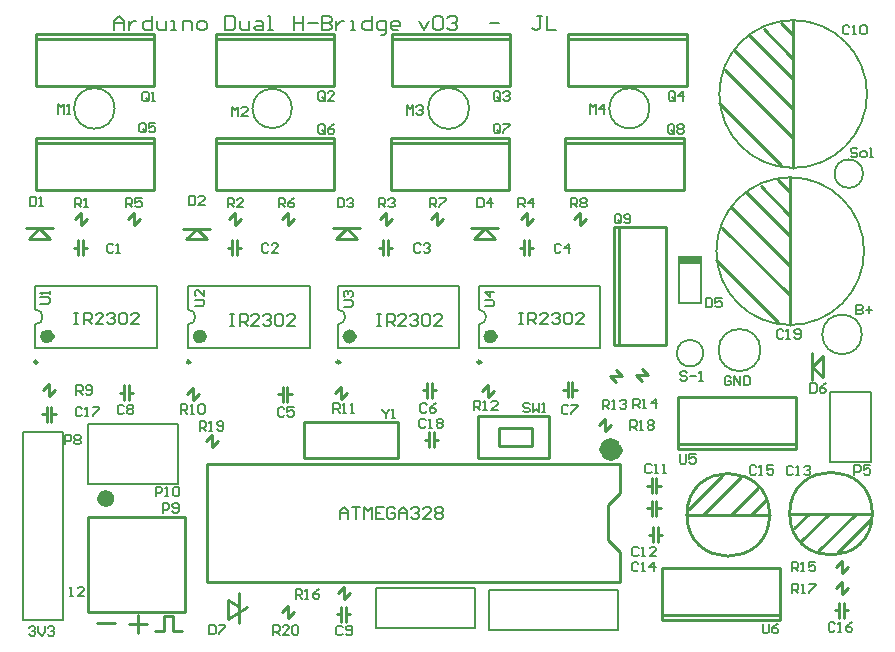
<source format=gto>
%FSLAX24Y24*%
%MOIN*%
%SFA1B1*%

%IPPOS*%
%ADD10C,0.039400*%
%ADD36C,0.010000*%
%ADD37C,0.007900*%
%ADD38C,0.023600*%
%ADD39C,0.009800*%
%ADD40C,0.035400*%
%ADD41C,0.005900*%
%ADD42R,0.074800X0.031500*%
%LN2x-h-bridge-1*%
%LPD*%
G54D10*
X8965Y8091D02*
D01*
D01*
G75*
G03X8791I-87J0D01*
G74*G01*
D01*
G75*
G03X8965I87J0D01*
G74*G01*
G54D36*
X31004Y7549D02*
D01*
D01*
G75*
G03X28248I-1378J0D01*
G74*G01*
D01*
G75*
G03X31004I1378J0D01*
G74*G01*
X34429Y7589D02*
D01*
D01*
G75*
G03X31673I-1378J0D01*
G74*G01*
D01*
G75*
G03X34429I1378J0D01*
G74*G01*
X28248Y7549D02*
X31004D01*
X30846Y8022D02*
D01*
D01*
X30374Y7549D02*
X30846Y8022D01*
X29705Y7549D02*
X30610Y8455D01*
X30059Y8809D02*
Y8848D01*
X28799Y7549D02*
X30059Y8809D01*
X28327Y7746D02*
X29429Y8848D01*
X12431Y9820D02*
Y10220D01*
X12231Y10020D02*
X12431Y10220D01*
Y9820D02*
X12631Y10020D01*
X12943Y4079D02*
X13578Y4473D01*
X12943Y4079D02*
Y4724D01*
X13284Y4497*
X13307Y3927D02*
Y4931D01*
X15472Y10630D02*
X18622D01*
X15472Y9449D02*
Y10630D01*
Y9449D02*
X18622D01*
Y10630*
X27431Y4197D02*
X31329D01*
X27431Y5772D02*
X31368D01*
X27431Y4039D02*
X31368D01*
Y5772*
X27431Y4039D02*
Y5772D01*
X21299Y9449D02*
Y10827D01*
X23661Y9449D02*
Y10827D01*
X21299Y9449D02*
X23661D01*
X21299Y10827D02*
X23661D01*
X21988Y9843D02*
X23071D01*
Y10433*
X21988Y9843D02*
Y10433D01*
X23071*
X14961Y4121D02*
Y4521D01*
Y4121D02*
X15161Y4321D01*
X14761D02*
X14961Y4521D01*
X19805Y9809D02*
Y10009D01*
X19655Y9809D02*
Y10009D01*
Y10309*
X19805Y10009D02*
Y10309D01*
X19505Y10059D02*
X19655D01*
X19855D02*
X19955D01*
X6908Y10956D02*
Y11156D01*
X7058Y10956D02*
Y11156D01*
Y10656D02*
Y10956D01*
X6908Y10656D02*
Y10956D01*
X7058Y10906D02*
X7208D01*
X6758D02*
X6858D01*
X27075Y7826D02*
Y8026D01*
X27225Y7826D02*
Y8026D01*
Y7526D02*
Y7826D01*
X27075Y7526D02*
Y7826D01*
X27225Y7776D02*
X27375D01*
X26925D02*
X27025D01*
X27075Y8564D02*
Y8764D01*
X27225Y8564D02*
Y8764D01*
Y8264D02*
Y8564D01*
X27075Y8264D02*
Y8564D01*
X27225Y8514D02*
X27375D01*
X26925D02*
X27025D01*
X26740Y12424D02*
X26940Y12224D01*
X26540D02*
X26940D01*
X26540D02*
X26740Y12024D01*
X25871Y12375D02*
X26071Y12175D01*
X25671D02*
X26071D01*
X25671D02*
X25871Y11975D01*
X25978Y13235D02*
Y17132D01*
X27552Y13195D02*
Y17132D01*
X25820Y13195D02*
Y17132D01*
Y13195D02*
X27552D01*
X25820Y17132D02*
X27552D01*
X32429Y12030D02*
Y12930D01*
Y12480D02*
X32779Y12130D01*
Y12830*
X32429Y12480D02*
X32779Y12830D01*
X7802Y16444D02*
X7902D01*
X8102D02*
X8252D01*
X7952Y16194D02*
Y16494D01*
X8102Y16194D02*
Y16494D01*
Y16694*
X7952Y16494D02*
Y16694D01*
X12943Y16444D02*
X13043D01*
X13243D02*
X13393D01*
X13093Y16194D02*
Y16494D01*
X13243Y16194D02*
Y16494D01*
Y16694*
X13093Y16494D02*
Y16694D01*
X17985Y16444D02*
X18085D01*
X18285D02*
X18435D01*
X18135Y16194D02*
Y16494D01*
X18285Y16194D02*
Y16494D01*
Y16694*
X18135Y16494D02*
Y16694D01*
X22682Y16444D02*
X22782D01*
X22982D02*
X23131D01*
X22831Y16194D02*
Y16494D01*
X22982Y16194D02*
Y16494D01*
Y16694*
X22831Y16494D02*
Y16694D01*
X9697Y11614D02*
X9797D01*
X9347D02*
X9497D01*
X9647Y11564D02*
Y11864D01*
X9497Y11564D02*
Y11864D01*
Y11364D02*
Y11564D01*
X9647Y11364D02*
Y11564D01*
X19786Y11703D02*
X19886D01*
X19436D02*
X19586D01*
X19736Y11653D02*
Y11953D01*
X19586Y11653D02*
Y11953D01*
Y11453D02*
Y11653D01*
X19736Y11453D02*
Y11653D01*
X24481Y11713D02*
X24581D01*
X24131D02*
X24281D01*
X24431Y11663D02*
Y11963D01*
X24281Y11663D02*
Y11963D01*
Y11463D02*
Y11663D01*
X24431Y11463D02*
Y11663D01*
X6202Y17094D02*
X7102D01*
X6302Y16744D02*
X6652Y17094D01*
X6302Y16744D02*
X7002D01*
X6652Y17094D02*
X7002Y16744D01*
X16911Y17094D02*
X17261Y16744D01*
X16561D02*
X17261D01*
X16561D02*
X16911Y17094D01*
X16461D02*
X17361D01*
X21059D02*
X21959D01*
X21159Y16744D02*
X21509Y17094D01*
X21159Y16744D02*
X21859D01*
X21509Y17094D02*
X21859Y16744D01*
X10499Y21831D02*
Y23563D01*
X6562Y21831D02*
Y23563D01*
X10499*
X6562Y21831D02*
X10499D01*
X6602Y23406D02*
X10499D01*
X16477Y21831D02*
Y23563D01*
X12540Y21831D02*
Y23563D01*
X16477*
X12540Y21831D02*
X16477D01*
X12580Y23406D02*
X16477D01*
X22357Y21831D02*
Y23563D01*
X18420Y21831D02*
Y23563D01*
X22357*
X18420Y21831D02*
X22357D01*
X18459Y23406D02*
X22357D01*
X28236Y21831D02*
Y23563D01*
X24299Y21831D02*
Y23563D01*
X28236*
X24299Y21831D02*
X28236D01*
X24339Y23406D02*
X28236D01*
X10499Y18378D02*
Y20110D01*
X6562Y18378D02*
Y20110D01*
X10499*
X6562Y18378D02*
X10499D01*
X6602Y19952D02*
X10499D01*
X16477Y18378D02*
Y20110D01*
X12540Y18378D02*
Y20110D01*
X16477*
X12540Y18378D02*
X16477D01*
X12580Y19952D02*
X16477D01*
X28136Y18378D02*
Y20110D01*
X24199Y18378D02*
Y20110D01*
X28136*
X24199Y18378D02*
X28136D01*
X24239Y19952D02*
X28136D01*
X7852Y17394D02*
X8052Y17594D01*
Y17194D02*
Y17594D01*
Y17194D02*
X8252Y17394D01*
X12993D02*
X13193Y17594D01*
Y17194D02*
Y17594D01*
Y17194D02*
X13393Y17394D01*
X18035D02*
X18235Y17594D01*
Y17194D02*
Y17594D01*
Y17194D02*
X18435Y17394D01*
X22731D02*
X22931Y17594D01*
Y17194D02*
Y17594D01*
Y17194D02*
X23131Y17394D01*
X9602D02*
X9802Y17594D01*
Y17194D02*
Y17594D01*
Y17194D02*
X10002Y17394D01*
X14743D02*
X14943Y17594D01*
Y17194D02*
Y17594D01*
Y17194D02*
X15143Y17394D01*
X19735D02*
X19935Y17594D01*
Y17194D02*
Y17594D01*
Y17194D02*
X20135Y17394D01*
X24481D02*
X24681Y17594D01*
Y17194D02*
Y17594D01*
Y17194D02*
X24881Y17394D01*
X6798Y11713D02*
X6998Y11913D01*
Y11513D02*
Y11913D01*
Y11513D02*
X7198Y11713D01*
X11581Y11585D02*
X11782Y11785D01*
Y11385D02*
Y11785D01*
Y11385D02*
X11982Y11585D01*
X16532Y11594D02*
X16732Y11794D01*
Y11394D02*
Y11794D01*
Y11394D02*
X16932Y11594D01*
X21404Y11673D02*
X21604Y11873D01*
Y11473D02*
Y11873D01*
Y11473D02*
X21804Y11673D01*
X27325Y6890D02*
X27425D01*
X26975D02*
X27125D01*
X27275Y6840D02*
Y7140D01*
X27125Y6840D02*
Y7140D01*
Y6640D02*
Y6840D01*
X27275Y6640D02*
Y6840D01*
X33175Y4370D02*
X33275D01*
X33475D02*
X33625D01*
X33325Y4120D02*
Y4420D01*
X33475Y4120D02*
Y4420D01*
Y4620*
X33325Y4420D02*
Y4620D01*
X16581Y4242D02*
X16681D01*
X16881D02*
X17031D01*
X16731Y3992D02*
Y4292D01*
X16881Y3992D02*
Y4292D01*
Y4492*
X16731Y4292D02*
Y4492D01*
X33425Y5617D02*
X33625Y5817D01*
X33225D02*
X33425Y6017D01*
Y5617D02*
Y6017D01*
X16631Y4931D02*
X16831Y5131D01*
Y4731D02*
X17031Y4931D01*
X16831Y4731D02*
Y5131D01*
X33225Y5118D02*
X33425Y5318D01*
Y4918D02*
X33625Y5118D01*
X33425Y4918D02*
Y5318D01*
X27943Y9911D02*
X31841D01*
X27943Y11486D02*
X31880D01*
X27943Y9754D02*
X31880D01*
Y11486*
X27943Y9754D02*
Y11486D01*
X22307Y18378D02*
Y20110D01*
X18370Y18378D02*
Y20110D01*
X22307*
X18370Y18378D02*
X22307D01*
X18409Y19952D02*
X22307D01*
X31791Y19114D02*
Y24035D01*
X31398Y23937D02*
X31791Y23543D01*
X30807Y23740D02*
D01*
X31693Y22854*
D01*
X31791Y22756D01*
X30315Y23543D02*
X31791Y22067D01*
X29823Y23051D02*
X31791Y21083D01*
X29528Y22362D02*
X31791Y20098D01*
X29331Y21280D02*
X31398Y19213D01*
X33248Y6289D02*
X34350Y7392D01*
X32618Y6329D02*
X33878Y7589D01*
X32618Y6289D02*
Y6329D01*
X32067Y6683D02*
X32972Y7589D01*
X31831Y7116D02*
X32303Y7589D01*
X31831Y7116D02*
D01*
D01*
X31673Y7589D02*
X34429D01*
X11909Y17079D02*
X12259Y16729D01*
X11559D02*
X12259D01*
X11559D02*
X11909Y17079D01*
X11459D02*
X12359D01*
X25531Y10332D02*
X25731Y10532D01*
X25331D02*
X25531Y10732D01*
Y10332D02*
Y10732D01*
X25630Y6693D02*
Y7874D01*
X12244Y5315D02*
X26024D01*
X12244D02*
Y9252D01*
X26024*
X25630Y7874D02*
X26024Y8268D01*
Y9252*
X25630Y6693D02*
X26024Y6299D01*
Y5315D02*
Y6299D01*
X29232Y16043D02*
X31299Y13976D01*
X29429Y17126D02*
X31693Y14862D01*
X29724Y17815D02*
X31693Y15846D01*
X30216Y18307D02*
X31693Y16831D01*
X31594Y17618D02*
X31693Y17520D01*
X31594Y17618D02*
D01*
X30709Y18504D02*
X31594Y17618D01*
X30709Y18504D02*
D01*
X31299Y18701D02*
X31693Y18307D01*
Y13878D02*
Y18799D01*
X11112Y3691D02*
X11407D01*
X11112D02*
Y4183D01*
X10817D02*
X11112D01*
X10817Y3691D02*
Y4183D01*
X10522Y3691D02*
X10817D01*
X8583Y3957D02*
X9173D01*
X9646Y3907D02*
X10236D01*
X9941Y3612D02*
Y4203D01*
X8287Y4311D02*
Y7461D01*
Y4311D02*
X11535D01*
X8287Y7461D02*
X11535D01*
Y4311D02*
Y7461D01*
X14983Y11575D02*
X15083D01*
X14633D02*
X14783D01*
X14933Y11525D02*
Y11825D01*
X14783Y11525D02*
Y11825D01*
Y11325D02*
Y11525D01*
X14933Y11325D02*
Y11525D01*
G54D37*
X28793Y12938D02*
D01*
D01*
G75*
G03X27913I-440J0D01*
G74*G01*
D01*
G75*
G03X28793I440J0D01*
G74*G01*
X34117Y18921D02*
D01*
D01*
G75*
G03X33169I-474J0D01*
G74*G01*
D01*
G75*
G03X34117I474J0D01*
G74*G01*
X34081Y13563D02*
D01*
D01*
G75*
G03X32761I-660J0D01*
G74*G01*
D01*
G75*
G03X34081I660J0D01*
G74*G01*
X15082Y21096D02*
D01*
D01*
G75*
G03X13768I-657J0D01*
G74*G01*
D01*
G75*
G03X15082I657J0D01*
G74*G01*
X20988Y21097D02*
D01*
D01*
G75*
G03X19622I-683J0D01*
G74*G01*
D01*
G75*
G03X20988I683J0D01*
G74*G01*
X27001D02*
D01*
D01*
G75*
G03X25661I-670J0D01*
G74*G01*
D01*
G75*
G03X27001I670J0D01*
G74*G01*
X30700Y13041D02*
D01*
D01*
G75*
G03X29302I-699J0D01*
G74*G01*
D01*
G75*
G03X30700I699J0D01*
G74*G01*
X6524Y13894D02*
D01*
D01*
G75*
G03Y14394I0J250D01*
G74*G01*
X11615Y13894D02*
D01*
D01*
G75*
G03Y14394I0J250D01*
G74*G01*
X16607Y13894D02*
D01*
D01*
G75*
G03Y14394I0J250D01*
G74*G01*
X21304Y13894D02*
D01*
D01*
G75*
G03Y14394I0J250D01*
G74*G01*
X9174Y21097D02*
D01*
D01*
G75*
G03X7820I-677J0D01*
G74*G01*
D01*
G75*
G03X9174I677J0D01*
G74*G01*
X34252Y21575D02*
D01*
D01*
G75*
G03X29330I-2461J0D01*
G74*G01*
D01*
G75*
G03X34252I2461J0D01*
G74*G01*
X34153Y16339D02*
D01*
D01*
G75*
G03X29231I-2461J0D01*
G74*G01*
D01*
G75*
G03X34153I2461J0D01*
G74*G01*
X25945Y3711D02*
Y5049D01*
X21654D02*
X25945D01*
X21654Y3711D02*
X25945D01*
X21654D02*
Y5049D01*
X21181Y3760D02*
Y5099D01*
X17870D02*
X21181D01*
X17870Y3760D02*
X21181D01*
X17870D02*
Y5099D01*
X6102Y4055D02*
X7441D01*
Y10315*
X6102Y4055D02*
Y10315D01*
X7441*
X11280Y8575D02*
Y10575D01*
X8280Y8575D02*
Y10575D01*
X11280*
X8280Y8575D02*
X11280D01*
X9363D02*
X11280D01*
X27975Y14626D02*
X28723D01*
X27975D02*
Y16161D01*
X28723Y14626D02*
Y16161D01*
X10580Y13100D02*
Y15187D01*
X6524Y14394D02*
Y15187D01*
Y13100D02*
Y13894D01*
Y15187D02*
X10580D01*
X6524Y13100D02*
X10580D01*
X15670D02*
Y15187D01*
X11615Y14394D02*
Y15187D01*
Y13100D02*
Y13894D01*
Y15187D02*
X15670D01*
X11615Y13100D02*
X15670D01*
X20662D02*
Y15187D01*
X16607Y14394D02*
Y15187D01*
Y13100D02*
Y13894D01*
Y15187D02*
X20662D01*
X16607Y13100D02*
X20662D01*
X25359D02*
Y15187D01*
X21304Y14394D02*
Y15187D01*
Y13100D02*
Y13894D01*
Y15187D02*
X25359D01*
X21304Y13100D02*
X25359D01*
X33031Y11644D02*
X34370D01*
X33031Y9321D02*
Y11644D01*
X34370Y9321D02*
Y11644D01*
X33031Y9321D02*
X34370D01*
X22638Y14291D02*
X22769D01*
X22703*
Y13898*
X22638*
X22769*
X22966D02*
Y14291D01*
X23163*
X23228Y14226*
Y14094*
X23163Y14029*
X22966*
X23097D02*
X23228Y13898D01*
X23622D02*
X23359D01*
X23622Y14160*
Y14226*
X23556Y14291*
X23425*
X23359Y14226*
X23753D02*
X23819Y14291D01*
X23950*
X24015Y14226*
Y14160*
X23950Y14094*
X23884*
X23950*
X24015Y14029*
Y13963*
X23950Y13898*
X23819*
X23753Y13963*
X24146Y14226D02*
X24212Y14291D01*
X24343*
X24409Y14226*
Y13963*
X24343Y13898*
X24212*
X24146Y13963*
Y14226*
X24802Y13898D02*
X24540D01*
X24802Y14160*
Y14226*
X24737Y14291*
X24606*
X24540Y14226*
X17913Y14232D02*
X18045D01*
X17979*
Y13839*
X17913*
X18045*
X18241D02*
Y14232D01*
X18438*
X18504Y14167*
Y14035*
X18438Y13970*
X18241*
X18373D02*
X18504Y13839D01*
X18897D02*
X18635D01*
X18897Y14101*
Y14167*
X18832Y14232*
X18701*
X18635Y14167*
X19029D02*
X19094Y14232D01*
X19225*
X19291Y14167*
Y14101*
X19225Y14035*
X19160*
X19225*
X19291Y13970*
Y13904*
X19225Y13839*
X19094*
X19029Y13904*
X19422Y14167D02*
X19488Y14232D01*
X19619*
X19684Y14167*
Y13904*
X19619Y13839*
X19488*
X19422Y13904*
Y14167*
X20078Y13839D02*
X19816D01*
X20078Y14101*
Y14167*
X20012Y14232*
X19881*
X19816Y14167*
X13012Y14232D02*
X13143D01*
X13077*
Y13839*
X13012*
X13143*
X13340D02*
Y14232D01*
X13537*
X13602Y14167*
Y14035*
X13537Y13970*
X13340*
X13471D02*
X13602Y13839D01*
X13996D02*
X13733D01*
X13996Y14101*
Y14167*
X13930Y14232*
X13799*
X13733Y14167*
X14127D02*
X14193Y14232D01*
X14324*
X14389Y14167*
Y14101*
X14324Y14035*
X14258*
X14324*
X14389Y13970*
Y13904*
X14324Y13839*
X14193*
X14127Y13904*
X14521Y14167D02*
X14586Y14232D01*
X14717*
X14783Y14167*
Y13904*
X14717Y13839*
X14586*
X14521Y13904*
Y14167*
X15176Y13839D02*
X14914D01*
X15176Y14101*
Y14167*
X15111Y14232*
X14980*
X14914Y14167*
X7815Y14291D02*
X7946D01*
X7881*
Y13898*
X7815*
X7946*
X8143D02*
Y14291D01*
X8340*
X8405Y14226*
Y14094*
X8340Y14029*
X8143*
X8274D02*
X8405Y13898D01*
X8799D02*
X8537D01*
X8799Y14160*
Y14226*
X8733Y14291*
X8602*
X8537Y14226*
X8930D02*
X8996Y14291D01*
X9127*
X9192Y14226*
Y14160*
X9127Y14094*
X9061*
X9127*
X9192Y14029*
Y13963*
X9127Y13898*
X8996*
X8930Y13963*
X9324Y14226D02*
X9389Y14291D01*
X9520*
X9586Y14226*
Y13963*
X9520Y13898*
X9389*
X9324Y13963*
Y14226*
X9980Y13898D02*
X9717D01*
X9980Y14160*
Y14226*
X9914Y14291*
X9783*
X9717Y14226*
X16693Y7421D02*
Y7684D01*
X16824Y7815*
X16955Y7684*
Y7421*
Y7618*
X16693*
X17086Y7815D02*
X17349D01*
X17218*
Y7421*
X17480D02*
Y7815D01*
X17611Y7684*
X17742Y7815*
Y7421*
X18136Y7815D02*
X17874D01*
Y7421*
X18136*
X17874Y7618D02*
X18005D01*
X18530Y7749D02*
X18464Y7815D01*
X18333*
X18267Y7749*
Y7487*
X18333Y7421*
X18464*
X18530Y7487*
Y7618*
X18398*
X18661Y7421D02*
Y7684D01*
X18792Y7815*
X18923Y7684*
Y7421*
Y7618*
X18661*
X19054Y7749D02*
X19120Y7815D01*
X19251*
X19317Y7749*
Y7684*
X19251Y7618*
X19186*
X19251*
X19317Y7552*
Y7487*
X19251Y7421*
X19120*
X19054Y7487*
X19710Y7421D02*
X19448D01*
X19710Y7684*
Y7749*
X19645Y7815*
X19514*
X19448Y7749*
X19842D02*
X19907Y7815D01*
X20038*
X20104Y7749*
Y7684*
X20038Y7618*
X20104Y7552*
Y7487*
X20038Y7421*
X19907*
X19842Y7487*
Y7552*
X19907Y7618*
X19842Y7684*
Y7749*
X19907Y7618D02*
X20038D01*
X9168Y23702D02*
Y24016D01*
X9326Y24174*
X9483Y24016*
Y23702*
Y23938*
X9168*
X9641Y24016D02*
Y23702D01*
Y23859*
X9720Y23938*
X9798Y24016*
X9877*
X10428Y24174D02*
Y23702D01*
X10192*
X10113Y23780*
Y23938*
X10192Y24016*
X10428*
X10585D02*
Y23780D01*
X10664Y23702*
X10900*
Y24016*
X11058Y23702D02*
X11215D01*
X11136*
Y24016*
X11058*
X11451Y23702D02*
Y24016D01*
X11687*
X11766Y23938*
Y23702*
X12002D02*
X12160D01*
X12238Y23780*
Y23938*
X12160Y24016*
X12002*
X11924Y23938*
Y23780*
X12002Y23702*
X12868Y24174D02*
Y23702D01*
X13104*
X13183Y23780*
Y24095*
X13104Y24174*
X12868*
X13340Y24016D02*
Y23780D01*
X13419Y23702*
X13655*
Y24016*
X13891D02*
X14049D01*
X14128Y23938*
Y23702*
X13891*
X13813Y23780*
X13891Y23859*
X14128*
X14285Y23702D02*
X14442D01*
X14364*
Y24174*
X14285*
X15151D02*
Y23702D01*
Y23938*
X15466*
Y24174*
Y23702*
X15623Y23938D02*
X15938D01*
X16095Y24174D02*
Y23702D01*
X16332*
X16410Y23780*
Y23859*
X16332Y23938*
X16095*
X16332*
X16410Y24016*
Y24095*
X16332Y24174*
X16095*
X16568Y24016D02*
Y23702D01*
Y23859*
X16646Y23938*
X16725Y24016*
X16804*
X17040Y23702D02*
X17197D01*
X17119*
Y24016*
X17040*
X17748Y24174D02*
Y23702D01*
X17512*
X17434Y23780*
Y23938*
X17512Y24016*
X17748*
X18063Y23544D02*
X18142D01*
X18221Y23623*
Y24016*
X17985*
X17906Y23938*
Y23780*
X17985Y23702*
X18221*
X18614D02*
X18457D01*
X18378Y23780*
Y23938*
X18457Y24016*
X18614*
X18693Y23938*
Y23859*
X18378*
X19323Y24016D02*
X19480Y23702D01*
X19638Y24016*
X19795Y24095D02*
X19874Y24174D01*
X20031*
X20110Y24095*
Y23780*
X20031Y23702*
X19874*
X19795Y23780*
Y24095*
X20267D02*
X20346Y24174D01*
X20503*
X20582Y24095*
Y24016*
X20503Y23938*
X20425*
X20503*
X20582Y23859*
Y23780*
X20503Y23702*
X20346*
X20267Y23780*
X21684Y23938D02*
X21999D01*
X23416Y24174D02*
X23258D01*
X23337*
Y23780*
X23258Y23702*
X23180*
X23101Y23780*
X23573Y24174D02*
Y23702D01*
X23888*
G54D38*
X7036Y13494D02*
D01*
D01*
G75*
G03X6800I-118J0D01*
G74*G01*
D01*
G75*
G03X7036I118J0D01*
G74*G01*
X12127D02*
D01*
D01*
G75*
G03X11891I-118J0D01*
G74*G01*
D01*
G75*
G03X12127I118J0D01*
G74*G01*
X17119D02*
D01*
D01*
G75*
G03X16883I-118J0D01*
G74*G01*
D01*
G75*
G03X17119I118J0D01*
G74*G01*
X21816D02*
D01*
D01*
G75*
G03X21580I-118J0D01*
G74*G01*
D01*
G75*
G03X21816I118J0D01*
G74*G01*
G54D39*
X6589Y12644D02*
D01*
D01*
G75*
G03X6491I-49J0D01*
G74*G01*
D01*
G75*
G03X6589I49J0D01*
G74*G01*
X11680D02*
D01*
D01*
G75*
G03X11582I-49J0D01*
G74*G01*
D01*
G75*
G03X11680I49J0D01*
G74*G01*
X16672D02*
D01*
D01*
G75*
G03X16574I-49J0D01*
G74*G01*
D01*
G75*
G03X16672I49J0D01*
G74*G01*
X21369D02*
D01*
D01*
G75*
G03X21271I-49J0D01*
G74*G01*
D01*
G75*
G03X21369I49J0D01*
G74*G01*
G54D40*
X25909Y9724D02*
D01*
D01*
G75*
G03X25507I-201J0D01*
G74*G01*
D01*
G75*
G03X25909I201J0D01*
G74*G01*
G54D41*
X6319Y3786D02*
X6371Y3838D01*
X6476*
X6529Y3786*
Y3734*
X6476Y3681*
X6424*
X6476*
X6529Y3629*
Y3576*
X6476Y3524*
X6371*
X6319Y3576*
X6634Y3838D02*
Y3629D01*
X6739Y3524*
X6844Y3629*
Y3838*
X6949Y3786D02*
X7001Y3838D01*
X7106*
X7159Y3786*
Y3734*
X7106Y3681*
X7054*
X7106*
X7159Y3629*
Y3576*
X7106Y3524*
X7001*
X6949Y3576*
X30554Y9140D02*
X30502Y9193D01*
X30397*
X30344Y9140*
Y8930*
X30397Y8878*
X30502*
X30554Y8930*
X30659Y8878D02*
X30764D01*
X30712*
Y9193*
X30659Y9140*
X31132Y9193D02*
X30922D01*
Y9035*
X31027Y9088*
X31079*
X31132Y9035*
Y8930*
X31079Y8878*
X30974*
X30922Y8930*
X12008Y10354D02*
Y10669D01*
X12165*
X12218Y10617*
Y10512*
X12165Y10459*
X12008*
X12113D02*
X12218Y10354D01*
X12323D02*
X12428D01*
X12375*
Y10669*
X12323Y10617*
X12585Y10407D02*
X12638Y10354D01*
X12743*
X12795Y10407*
Y10617*
X12743Y10669*
X12638*
X12585Y10617*
Y10564*
X12638Y10512*
X12795*
X12333Y3878D02*
Y3563D01*
X12490*
X12543Y3615*
Y3825*
X12490Y3878*
X12333*
X12648D02*
X12857D01*
Y3825*
X12648Y3615*
Y3563*
X18100Y11083D02*
Y11030D01*
X18205Y10925*
X18310Y11030*
Y11083*
X18205Y10925D02*
Y10768D01*
X18415D02*
X18520D01*
X18468*
Y11083*
X18415Y11030*
X30774Y3917D02*
Y3655D01*
X30826Y3602*
X30931*
X30984Y3655*
Y3917*
X31298D02*
X31194Y3865D01*
X31089Y3760*
Y3655*
X31141Y3602*
X31246*
X31298Y3655*
Y3707*
X31246Y3760*
X31089*
X23005Y11227D02*
X22953Y11279D01*
X22848*
X22795Y11227*
Y11174*
X22848Y11122*
X22953*
X23005Y11070*
Y11017*
X22953Y10965*
X22848*
X22795Y11017*
X23110Y11279D02*
Y10965D01*
X23215Y11070*
X23320Y10965*
Y11279*
X23425Y10965D02*
X23530D01*
X23477*
Y11279*
X23425Y11227*
X14459Y3553D02*
Y3868D01*
X14616*
X14669Y3816*
Y3711*
X14616Y3658*
X14459*
X14564D02*
X14669Y3553D01*
X14983D02*
X14774D01*
X14983Y3763*
Y3816*
X14931Y3868*
X14826*
X14774Y3816*
X15088D02*
X15141Y3868D01*
X15246*
X15298Y3816*
Y3606*
X15246Y3553*
X15141*
X15088Y3606*
Y3816*
X7520Y9902D02*
Y10216D01*
X7677*
X7730Y10164*
Y10059*
X7677Y10007*
X7520*
X7835Y10164D02*
X7887Y10216D01*
X7992*
X8044Y10164*
Y10111*
X7992Y10059*
X8044Y10007*
Y9954*
X7992Y9902*
X7887*
X7835Y9954*
Y10007*
X7887Y10059*
X7835Y10111*
Y10164*
X7887Y10059D02*
X7992D01*
X10541Y8169D02*
Y8484D01*
X10699*
X10751Y8432*
Y8327*
X10699Y8274*
X10541*
X10856Y8169D02*
X10961D01*
X10909*
Y8484*
X10856Y8432*
X11119D02*
X11171Y8484D01*
X11276*
X11328Y8432*
Y8222*
X11276Y8169*
X11171*
X11119Y8222*
Y8432*
X19541Y10705D02*
X19488Y10758D01*
X19383*
X19331Y10705*
Y10495*
X19383Y10443*
X19488*
X19541Y10495*
X19646Y10443D02*
X19751D01*
X19698*
Y10758*
X19646Y10705*
X19908D02*
X19960Y10758D01*
X20065*
X20118Y10705*
Y10653*
X20065Y10600*
X20118Y10548*
Y10495*
X20065Y10443*
X19960*
X19908Y10495*
Y10548*
X19960Y10600*
X19908Y10653*
Y10705*
X19960Y10600D02*
X20065D01*
X8084Y11089D02*
X8031Y11142D01*
X7926*
X7874Y11089*
Y10879*
X7926Y10827*
X8031*
X8084Y10879*
X8189Y10827D02*
X8294D01*
X8241*
Y11142*
X8189Y11089*
X8451Y11142D02*
X8661D01*
Y11089*
X8451Y10879*
Y10827*
X26637Y6434D02*
X26585Y6486D01*
X26480*
X26427Y6434*
Y6224*
X26480Y6171*
X26585*
X26637Y6224*
X26742Y6171D02*
X26847D01*
X26795*
Y6486*
X26742Y6434*
X27214Y6171D02*
X27004D01*
X27214Y6381*
Y6434*
X27162Y6486*
X27057*
X27004Y6434*
X27070Y9199D02*
X27018Y9252D01*
X26913*
X26860Y9199*
Y8989*
X26913Y8937*
X27018*
X27070Y8989*
X27175Y8937D02*
X27280D01*
X27227*
Y9252*
X27175Y9199*
X27437Y8937D02*
X27542D01*
X27490*
Y9252*
X27437Y9199*
X28245Y12284D02*
X28192Y12337D01*
X28087*
X28035Y12284*
Y12232*
X28087Y12179*
X28192*
X28245Y12127*
Y12075*
X28192Y12022*
X28087*
X28035Y12075*
X28349Y12179D02*
X28559D01*
X28664Y12022D02*
X28769D01*
X28717*
Y12337*
X28664Y12284*
X33924Y19727D02*
X33872Y19779D01*
X33767*
X33715Y19727*
Y19674*
X33767Y19622*
X33872*
X33924Y19569*
Y19517*
X33872Y19464*
X33767*
X33715Y19517*
X34082Y19464D02*
X34187D01*
X34239Y19517*
Y19622*
X34187Y19674*
X34082*
X34029Y19622*
Y19517*
X34082Y19464*
X34344D02*
X34449D01*
X34397*
Y19779*
X34344*
X26467Y11111D02*
Y11426D01*
X26625*
X26677Y11374*
Y11269*
X26625Y11216*
X26467*
X26572D02*
X26677Y11111D01*
X26782D02*
X26887D01*
X26835*
Y11426*
X26782Y11374*
X27202Y11111D02*
Y11426D01*
X27045Y11269*
X27254*
X25438Y11078D02*
Y11392D01*
X25596*
X25648Y11340*
Y11235*
X25596Y11183*
X25438*
X25543D02*
X25648Y11078D01*
X25753D02*
X25858D01*
X25806*
Y11392*
X25753Y11340*
X26015D02*
X26068Y11392D01*
X26173*
X26225Y11340*
Y11287*
X26173Y11235*
X26120*
X26173*
X26225Y11183*
Y11130*
X26173Y11078*
X26068*
X26015Y11130*
X26050Y17313D02*
Y17523D01*
X25997Y17575*
X25892*
X25840Y17523*
Y17313*
X25892Y17260*
X25997*
X25945Y17365D02*
X26050Y17260D01*
X25997D02*
X26050Y17313D01*
X26155D02*
X26207Y17260D01*
X26312*
X26365Y17313*
Y17523*
X26312Y17575*
X26207*
X26155Y17523*
Y17470*
X26207Y17418*
X26365*
X28886Y14777D02*
Y14462D01*
X29044*
X29096Y14515*
Y14725*
X29044Y14777*
X28886*
X29411D02*
X29201D01*
Y14620*
X29306Y14672*
X29359*
X29411Y14620*
Y14515*
X29359Y14462*
X29254*
X29201Y14515*
X32362Y11929D02*
Y11614D01*
X32520*
X32572Y11667*
Y11877*
X32520Y11929*
X32362*
X32887D02*
X32782Y11877D01*
X32677Y11772*
Y11667*
X32730Y11614*
X32834*
X32887Y11667*
Y11719*
X32834Y11772*
X32677*
X9128Y16539D02*
X9076Y16591D01*
X8971*
X8918Y16539*
Y16329*
X8971Y16276*
X9076*
X9128Y16329*
X9233Y16276D02*
X9338D01*
X9285*
Y16591*
X9233Y16539*
X14298Y16549D02*
X14246Y16601D01*
X14141*
X14088Y16549*
Y16339*
X14141Y16286*
X14246*
X14298Y16339*
X14613Y16286D02*
X14403D01*
X14613Y16496*
Y16549*
X14560Y16601*
X14456*
X14403Y16549*
X19370D02*
X19317Y16601D01*
X19212*
X19160Y16549*
Y16339*
X19212Y16286*
X19317*
X19370Y16339*
X19475Y16549D02*
X19527Y16601D01*
X19632*
X19685Y16549*
Y16496*
X19632Y16444*
X19580*
X19632*
X19685Y16391*
Y16339*
X19632Y16286*
X19527*
X19475Y16339*
X24047Y16539D02*
X23994Y16591D01*
X23889*
X23837Y16539*
Y16329*
X23889Y16276*
X23994*
X24047Y16329*
X24309Y16276D02*
Y16591D01*
X24152Y16434*
X24362*
X9484Y11165D02*
X9431Y11217D01*
X9326*
X9274Y11165*
Y10955*
X9326Y10902*
X9431*
X9484Y10955*
X9588Y11165D02*
X9641Y11217D01*
X9746*
X9798Y11165*
Y11112*
X9746Y11060*
X9798Y11007*
Y10955*
X9746Y10902*
X9641*
X9588Y10955*
Y11007*
X9641Y11060*
X9588Y11112*
Y11165*
X9641Y11060D02*
X9746D01*
X19572Y11214D02*
X19520Y11266D01*
X19415*
X19362Y11214*
Y11004*
X19415Y10952*
X19520*
X19572Y11004*
X19887Y11266D02*
X19782Y11214D01*
X19677Y11109*
Y11004*
X19730Y10952*
X19834*
X19887Y11004*
Y11057*
X19834Y11109*
X19677*
X24295Y11168D02*
X24242Y11220D01*
X24137*
X24085Y11168*
Y10958*
X24137Y10906*
X24242*
X24295Y10958*
X24399Y11220D02*
X24609D01*
Y11168*
X24399Y10958*
Y10906*
X6352Y18159D02*
Y17844D01*
X6509*
X6562Y17896*
Y18106*
X6509Y18159*
X6352*
X6667Y17844D02*
X6772D01*
X6719*
Y18159*
X6667Y18106*
X16611Y18109D02*
Y17794D01*
X16768*
X16821Y17846*
Y18056*
X16768Y18109*
X16611*
X16925Y18056D02*
X16978Y18109D01*
X17083*
X17135Y18056*
Y18004*
X17083Y17951*
X17030*
X17083*
X17135Y17899*
Y17846*
X17083Y17794*
X16978*
X16925Y17846*
X21259Y18109D02*
Y17794D01*
X21416*
X21469Y17846*
Y18056*
X21416Y18109*
X21259*
X21731Y17794D02*
Y18109D01*
X21574Y17951*
X21784*
X10308Y21391D02*
Y21601D01*
X10256Y21653*
X10151*
X10098Y21601*
Y21391*
X10151Y21339*
X10256*
X10203Y21444D02*
X10308Y21339D01*
X10256D02*
X10308Y21391D01*
X10413Y21339D02*
X10518D01*
X10466*
Y21653*
X10413Y21601*
X16174Y21411D02*
Y21621D01*
X16122Y21673*
X16017*
X15965Y21621*
Y21411*
X16017Y21358*
X16122*
X16070Y21463D02*
X16174Y21358D01*
X16122D02*
X16174Y21411D01*
X16489Y21358D02*
X16279D01*
X16489Y21568*
Y21621*
X16437Y21673*
X16332*
X16279Y21621*
X22021Y21411D02*
Y21621D01*
X21968Y21673*
X21864*
X21811Y21621*
Y21411*
X21864Y21358*
X21968*
X21916Y21463D02*
X22021Y21358D01*
X21968D02*
X22021Y21411D01*
X22126Y21621D02*
X22178Y21673D01*
X22283*
X22336Y21621*
Y21568*
X22283Y21516*
X22231*
X22283*
X22336Y21463*
Y21411*
X22283Y21358*
X22178*
X22126Y21411*
X27848D02*
Y21621D01*
X27795Y21673*
X27690*
X27638Y21621*
Y21411*
X27690Y21358*
X27795*
X27743Y21463D02*
X27848Y21358D01*
X27795D02*
X27848Y21411D01*
X28110Y21358D02*
Y21673D01*
X27953Y21516*
X28163*
X10210Y20348D02*
Y20558D01*
X10157Y20610*
X10052*
X10000Y20558*
Y20348*
X10052Y20295*
X10157*
X10105Y20400D02*
X10210Y20295D01*
X10157D02*
X10210Y20348D01*
X10525Y20610D02*
X10315D01*
Y20453*
X10420Y20505*
X10472*
X10525Y20453*
Y20348*
X10472Y20295*
X10367*
X10315Y20348*
X16174Y20308D02*
Y20518D01*
X16122Y20571*
X16017*
X15965Y20518*
Y20308*
X16017Y20256*
X16122*
X16070Y20361D02*
X16174Y20256D01*
X16122D02*
X16174Y20308D01*
X16489Y20571D02*
X16384Y20518D01*
X16279Y20413*
Y20308*
X16332Y20256*
X16437*
X16489Y20308*
Y20361*
X16437Y20413*
X16279*
X27828Y20308D02*
Y20518D01*
X27776Y20571*
X27671*
X27618Y20518*
Y20308*
X27671Y20256*
X27776*
X27723Y20361D02*
X27828Y20256D01*
X27776D02*
X27828Y20308D01*
X27933Y20518D02*
X27985Y20571D01*
X28090*
X28143Y20518*
Y20466*
X28090Y20413*
X28143Y20361*
Y20308*
X28090Y20256*
X27985*
X27933Y20308*
Y20361*
X27985Y20413*
X27933Y20466*
Y20518*
X27985Y20413D02*
X28090D01*
X7852Y17794D02*
Y18109D01*
X8009*
X8062Y18056*
Y17951*
X8009Y17899*
X7852*
X7957D02*
X8062Y17794D01*
X8167D02*
X8272D01*
X8219*
Y18109*
X8167Y18056*
X12943Y17794D02*
Y18109D01*
X13100*
X13152Y18056*
Y17951*
X13100Y17899*
X12943*
X13047D02*
X13152Y17794D01*
X13467D02*
X13257D01*
X13467Y18004*
Y18056*
X13415Y18109*
X13310*
X13257Y18056*
X17985Y17794D02*
Y18109D01*
X18142*
X18195Y18056*
Y17951*
X18142Y17899*
X17985*
X18090D02*
X18195Y17794D01*
X18299Y18056D02*
X18352Y18109D01*
X18457*
X18509Y18056*
Y18004*
X18457Y17951*
X18404*
X18457*
X18509Y17899*
Y17846*
X18457Y17794*
X18352*
X18299Y17846*
X22631Y17794D02*
Y18109D01*
X22789*
X22841Y18056*
Y17951*
X22789Y17899*
X22631*
X22736D02*
X22841Y17794D01*
X23104D02*
Y18109D01*
X22946Y17951*
X23156*
X9552Y17794D02*
Y18109D01*
X9709*
X9762Y18056*
Y17951*
X9709Y17899*
X9552*
X9657D02*
X9762Y17794D01*
X10077Y18109D02*
X9867D01*
Y17951*
X9972Y18004*
X10024*
X10077Y17951*
Y17846*
X10024Y17794*
X9919*
X9867Y17846*
X14643Y17794D02*
Y18109D01*
X14800*
X14852Y18056*
Y17951*
X14800Y17899*
X14643*
X14747D02*
X14852Y17794D01*
X15167Y18109D02*
X15062Y18056D01*
X14957Y17951*
Y17846*
X15010Y17794*
X15115*
X15167Y17846*
Y17899*
X15115Y17951*
X14957*
X19685Y17794D02*
Y18109D01*
X19842*
X19895Y18056*
Y17951*
X19842Y17899*
X19685*
X19790D02*
X19895Y17794D01*
X20000Y18109D02*
X20209D01*
Y18056*
X20000Y17846*
Y17794*
X24381D02*
Y18109D01*
X24539*
X24591Y18056*
Y17951*
X24539Y17899*
X24381*
X24486D02*
X24591Y17794D01*
X24696Y18056D02*
X24749Y18109D01*
X24854*
X24906Y18056*
Y18004*
X24854Y17951*
X24906Y17899*
Y17846*
X24854Y17794*
X24749*
X24696Y17846*
Y17899*
X24749Y17951*
X24696Y18004*
Y18056*
X24749Y17951D02*
X24854D01*
X7894Y11555D02*
Y11870D01*
X8051*
X8104Y11818*
Y11713*
X8051Y11660*
X7894*
X7999D02*
X8104Y11555D01*
X8209Y11608D02*
X8261Y11555D01*
X8366*
X8418Y11608*
Y11818*
X8366Y11870*
X8261*
X8209Y11818*
Y11765*
X8261Y11713*
X8418*
X11388Y10925D02*
Y11240D01*
X11545*
X11598Y11188*
Y11083*
X11545Y11030*
X11388*
X11493D02*
X11598Y10925D01*
X11703D02*
X11808D01*
X11755*
Y11240*
X11703Y11188*
X11965D02*
X12018Y11240D01*
X12122*
X12175Y11188*
Y10978*
X12122Y10925*
X12018*
X11965Y10978*
Y11188*
X16467Y10955D02*
Y11270D01*
X16624*
X16676Y11217*
Y11112*
X16624Y11060*
X16467*
X16571D02*
X16676Y10955D01*
X16781D02*
X16886D01*
X16834*
Y11270*
X16781Y11217*
X17044Y10955D02*
X17149D01*
X17096*
Y11270*
X17044Y11217*
X21152Y11043D02*
Y11358D01*
X21309*
X21361Y11306*
Y11201*
X21309Y11148*
X21152*
X21257D02*
X21361Y11043D01*
X21466D02*
X21571D01*
X21519*
Y11358*
X21466Y11306*
X21939Y11043D02*
X21729D01*
X21939Y11253*
Y11306*
X21886Y11358*
X21781*
X21729Y11306*
X33898Y14547D02*
Y14232D01*
X34055*
X34108Y14285*
Y14337*
X34055Y14390*
X33898*
X34055*
X34108Y14442*
Y14495*
X34055Y14547*
X33898*
X34213Y14390D02*
X34422D01*
X34317Y14495D02*
Y14285D01*
X13080Y20832D02*
Y21147D01*
X13185Y21042*
X13290Y21147*
Y20832*
X13605D02*
X13395D01*
X13605Y21042*
Y21095*
X13553Y21147*
X13448*
X13395Y21095*
X18915Y20881D02*
Y21196D01*
X19020Y21091*
X19124Y21196*
Y20881*
X19229Y21144D02*
X19282Y21196D01*
X19387*
X19439Y21144*
Y21091*
X19387Y21039*
X19334*
X19387*
X19439Y20986*
Y20934*
X19387Y20881*
X19282*
X19229Y20934*
X25004Y20921D02*
Y21236D01*
X25108Y21131*
X25213Y21236*
Y20921*
X25476D02*
Y21236D01*
X25318Y21078*
X25528*
X29718Y12123D02*
X29665Y12175D01*
X29560*
X29508Y12123*
Y11913*
X29560Y11860*
X29665*
X29718Y11913*
Y12018*
X29613*
X29823Y11860D02*
Y12175D01*
X30033Y11860*
Y12175*
X30138D02*
Y11860D01*
X30295*
X30347Y11913*
Y12123*
X30295Y12175*
X30138*
X6689Y14583D02*
X6951D01*
X7004Y14636*
Y14741*
X6951Y14793*
X6689*
X7004Y14898D02*
Y15003D01*
Y14950*
X6689*
X6741Y14898*
X11841Y14512D02*
X12104D01*
X12156Y14564*
Y14669*
X12104Y14722*
X11841*
X12156Y15037D02*
Y14827D01*
X11946Y15037*
X11894*
X11841Y14984*
Y14879*
X11894Y14827*
X16805Y14491D02*
X17067D01*
X17120Y14543*
Y14648*
X17067Y14700*
X16805*
X16857Y14805D02*
X16805Y14858D01*
Y14963*
X16857Y15015*
X16910*
X16962Y14963*
Y14910*
Y14963*
X17015Y15015*
X17067*
X17120Y14963*
Y14858*
X17067Y14805*
X21518Y14501D02*
X21781D01*
X21833Y14553*
Y14658*
X21781Y14711*
X21518*
X21833Y14973D02*
X21518D01*
X21676Y14816*
Y15026*
X7277Y20920D02*
Y21235D01*
X7382Y21130*
X7487Y21235*
Y20920*
X7592D02*
X7697D01*
X7644*
Y21235*
X7592Y21182*
X26631Y5926D02*
X26579Y5979D01*
X26474*
X26421Y5926*
Y5717*
X26474Y5664*
X26579*
X26631Y5717*
X26736Y5664D02*
X26841D01*
X26789*
Y5979*
X26736Y5926*
X27156Y5664D02*
Y5979D01*
X26999Y5821*
X27209*
X33184Y3916D02*
X33132Y3969D01*
X33027*
X32974Y3916*
Y3706*
X33027Y3654*
X33132*
X33184Y3706*
X33289Y3654D02*
X33394D01*
X33342*
Y3969*
X33289Y3916*
X33761Y3969D02*
X33656Y3916D01*
X33551Y3811*
Y3706*
X33604Y3654*
X33709*
X33761Y3706*
Y3759*
X33709Y3811*
X33551*
X16777Y3798D02*
X16724Y3850D01*
X16619*
X16567Y3798*
Y3588*
X16619Y3536*
X16724*
X16777Y3588*
X16882D02*
X16934Y3536D01*
X17039*
X17091Y3588*
Y3798*
X17039Y3850*
X16934*
X16882Y3798*
Y3746*
X16934Y3693*
X17091*
X33834Y8887D02*
Y9202D01*
X33991*
X34044Y9150*
Y9045*
X33991Y8992*
X33834*
X34358Y9202D02*
X34148D01*
Y9045*
X34253Y9097*
X34306*
X34358Y9045*
Y8940*
X34306Y8887*
X34201*
X34148Y8940*
X31744Y5662D02*
Y5976D01*
X31902*
X31954Y5924*
Y5819*
X31902Y5767*
X31744*
X31849D02*
X31954Y5662D01*
X32059D02*
X32164D01*
X32112*
Y5976*
X32059Y5924*
X32531Y5976D02*
X32321D01*
Y5819*
X32426Y5872*
X32479*
X32531Y5819*
Y5714*
X32479Y5662*
X32374*
X32321Y5714*
X15209Y4756D02*
Y5071D01*
X15366*
X15419Y5018*
Y4914*
X15366Y4861*
X15209*
X15314D02*
X15419Y4756D01*
X15524D02*
X15629D01*
X15576*
Y5071*
X15524Y5018*
X15996Y5071D02*
X15891Y5018D01*
X15786Y4914*
Y4809*
X15838Y4756*
X15943*
X15996Y4809*
Y4861*
X15943Y4914*
X15786*
X31754Y4933D02*
Y5248D01*
X31911*
X31964Y5196*
Y5091*
X31911Y5038*
X31754*
X31859D02*
X31964Y4933D01*
X32069D02*
X32174D01*
X32121*
Y5248*
X32069Y5196*
X32331Y5248D02*
X32541D01*
Y5196*
X32331Y4986*
Y4933*
X28015Y9565D02*
Y9303D01*
X28067Y9251*
X28172*
X28224Y9303*
Y9565*
X28539D02*
X28329D01*
Y9408*
X28434Y9460*
X28487*
X28539Y9408*
Y9303*
X28487Y9251*
X28382*
X28329Y9303*
X22021Y20328D02*
Y20538D01*
X21968Y20590*
X21864*
X21811Y20538*
Y20328*
X21864Y20276*
X21968*
X21916Y20381D02*
X22021Y20276D01*
X21968D02*
X22021Y20328D01*
X22126Y20590D02*
X22336D01*
Y20538*
X22126Y20328*
Y20276*
X33667Y23825D02*
X33614Y23878D01*
X33509*
X33457Y23825*
Y23616*
X33509Y23563*
X33614*
X33667Y23616*
X33772Y23563D02*
X33877D01*
X33824*
Y23878*
X33772Y23825*
X34034D02*
X34087Y23878D01*
X34192*
X34244Y23825*
Y23616*
X34192Y23563*
X34087*
X34034Y23616*
Y23825*
X31786Y9133D02*
X31734Y9186D01*
X31629*
X31576Y9133*
Y8923*
X31629Y8871*
X31734*
X31786Y8923*
X31891Y8871D02*
X31996D01*
X31943*
Y9186*
X31891Y9133*
X32153D02*
X32206Y9186D01*
X32311*
X32363Y9133*
Y9081*
X32311Y9028*
X32258*
X32311*
X32363Y8976*
Y8923*
X32311Y8871*
X32206*
X32153Y8923*
X11647Y18187D02*
Y17872D01*
X11804*
X11857Y17924*
Y18134*
X11804Y18187*
X11647*
X12172Y17872D02*
X11962D01*
X12172Y18082*
Y18134*
X12119Y18187*
X12014*
X11962Y18134*
X26360Y10386D02*
Y10701D01*
X26518*
X26570Y10648*
Y10543*
X26518Y10491*
X26360*
X26465D02*
X26570Y10386D01*
X26675D02*
X26780D01*
X26728*
Y10701*
X26675Y10648*
X26938D02*
X26990Y10701D01*
X27095*
X27148Y10648*
Y10596*
X27095Y10543*
X27148Y10491*
Y10439*
X27095Y10386*
X26990*
X26938Y10439*
Y10491*
X26990Y10543*
X26938Y10596*
Y10648*
X26990Y10543D02*
X27095D01*
X31462Y13688D02*
X31410Y13740D01*
X31305*
X31252Y13688*
Y13478*
X31305Y13425*
X31410*
X31462Y13478*
X31567Y13425D02*
X31672D01*
X31619*
Y13740*
X31567Y13688*
X31829Y13478D02*
X31882Y13425D01*
X31987*
X32039Y13478*
Y13688*
X31987Y13740*
X31882*
X31829Y13688*
Y13635*
X31882Y13583*
X32039*
X10778Y7618D02*
Y7933D01*
X10935*
X10987Y7880*
Y7776*
X10935Y7723*
X10778*
X11092Y7671D02*
X11145Y7618D01*
X11250*
X11302Y7671*
Y7880*
X11250Y7933*
X11145*
X11092Y7880*
Y7828*
X11145Y7776*
X11302*
X14830Y11086D02*
X14777Y11138D01*
X14672*
X14620Y11086*
Y10876*
X14672Y10824*
X14777*
X14830Y10876*
X15144Y11138D02*
X14935D01*
Y10981*
X15039Y11034*
X15092*
X15144Y10981*
Y10876*
X15092Y10824*
X14987*
X14935Y10876*
X7677Y4843D02*
X7782D01*
X7730*
Y5157*
X7677Y5105*
X8149Y4843D02*
X7940D01*
X8149Y5052*
Y5105*
X8097Y5157*
X7992*
X7940Y5105*
G54D42*
X28349Y16043D03*
M02*
</source>
